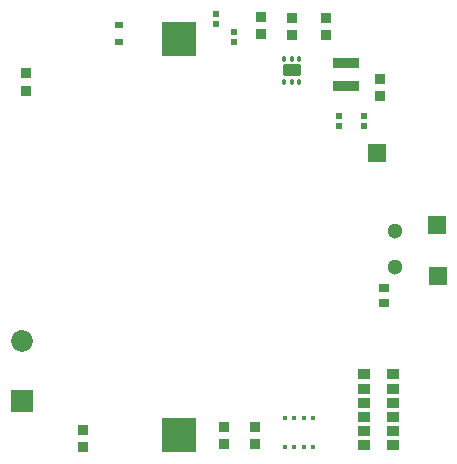
<source format=gbr>
%TF.GenerationSoftware,Altium Limited,Altium Designer,21.2.0 (30)*%
G04 Layer_Color=255*
%FSLAX45Y45*%
%MOMM*%
%TF.SameCoordinates,6E67B6D2-48A1-4C3A-8D5B-8FB38F647B41*%
%TF.FilePolarity,Positive*%
%TF.FileFunction,Pads,Bot*%
%TF.Part,Single*%
G01*
G75*
%TA.AperFunction,SMDPad,CuDef*%
%ADD17R,0.55000X0.60000*%
%ADD20R,0.91213X0.95814*%
%TA.AperFunction,ComponentPad*%
%ADD43R,1.50000X1.50000*%
%ADD44C,1.30000*%
%ADD46C,1.85000*%
%ADD47R,1.85000X1.85000*%
%TA.AperFunction,SMDPad,CuDef*%
%ADD51R,2.30000X0.85000*%
G04:AMPARAMS|DCode=52|XSize=1mm|YSize=1.6mm|CornerRadius=0.25mm|HoleSize=0mm|Usage=FLASHONLY|Rotation=90.000|XOffset=0mm|YOffset=0mm|HoleType=Round|Shape=RoundedRectangle|*
%AMROUNDEDRECTD52*
21,1,1.00000,1.10000,0,0,90.0*
21,1,0.50000,1.60000,0,0,90.0*
1,1,0.50000,0.55000,0.25000*
1,1,0.50000,0.55000,-0.25000*
1,1,0.50000,-0.55000,-0.25000*
1,1,0.50000,-0.55000,0.25000*
%
%ADD52ROUNDEDRECTD52*%
G04:AMPARAMS|DCode=53|XSize=0.45mm|YSize=0.3mm|CornerRadius=0.075mm|HoleSize=0mm|Usage=FLASHONLY|Rotation=90.000|XOffset=0mm|YOffset=0mm|HoleType=Round|Shape=RoundedRectangle|*
%AMROUNDEDRECTD53*
21,1,0.45000,0.15000,0,0,90.0*
21,1,0.30000,0.30000,0,0,90.0*
1,1,0.15000,0.07500,0.15000*
1,1,0.15000,0.07500,-0.15000*
1,1,0.15000,-0.07500,-0.15000*
1,1,0.15000,-0.07500,0.15000*
%
%ADD53ROUNDEDRECTD53*%
%TA.AperFunction,ConnectorPad*%
%ADD54R,0.91213X0.95814*%
%ADD55R,0.55000X0.60000*%
%TA.AperFunction,SMDPad,CuDef*%
%ADD56R,0.80000X0.60000*%
%TA.AperFunction,BGAPad,CuDef*%
%ADD57C,0.15000*%
%TA.AperFunction,SMDPad,CuDef*%
%ADD58R,1.00000X0.90000*%
%ADD59R,0.81213X0.75814*%
%TA.AperFunction,BGAPad,CuDef*%
%ADD60R,0.40000X0.40000*%
%TA.AperFunction,SMDPad,CuDef*%
%ADD61R,3.00000X3.00000*%
D17*
X2038097Y3640172D02*
D03*
Y3725172D02*
D03*
X2932051Y2925657D02*
D03*
Y3010657D02*
D03*
X3147118Y3011521D02*
D03*
Y2926521D02*
D03*
D20*
X3280000Y3322699D02*
D03*
Y3177301D02*
D03*
X760000Y352699D02*
D03*
Y207301D02*
D03*
X280000Y3227301D02*
D03*
Y3372699D02*
D03*
D43*
X3250000Y2700000D02*
D03*
X3760804Y2091631D02*
D03*
X3765607Y1655607D02*
D03*
D44*
X3407500Y2040000D02*
D03*
Y1730000D02*
D03*
D46*
X245851Y1107585D02*
D03*
D47*
Y599585D02*
D03*
D51*
X2986651Y3265479D02*
D03*
Y3460479D02*
D03*
D52*
X2530956Y3398959D02*
D03*
D53*
X2465956Y3496459D02*
D03*
X2530956D02*
D03*
X2595956D02*
D03*
X2465956Y3301459D02*
D03*
X2530956D02*
D03*
X2595956D02*
D03*
D54*
X2272324Y3848374D02*
D03*
Y3702975D02*
D03*
X2220000Y382699D02*
D03*
Y237301D02*
D03*
X1958461D02*
D03*
Y382699D02*
D03*
X2530457Y3695431D02*
D03*
Y3840830D02*
D03*
X2822177Y3695431D02*
D03*
Y3840830D02*
D03*
D55*
X1889175Y3790540D02*
D03*
Y3875540D02*
D03*
D56*
X1070000Y3780000D02*
D03*
Y3640000D02*
D03*
D57*
X690000Y3630000D02*
D03*
X730000D02*
D03*
X690000Y3670000D02*
D03*
X730000D02*
D03*
X690000Y3710000D02*
D03*
X730000D02*
D03*
X690000Y3750000D02*
D03*
X730000D02*
D03*
D58*
X3390899Y464366D02*
D03*
Y224366D02*
D03*
Y344366D02*
D03*
Y584366D02*
D03*
Y704366D02*
D03*
Y824366D02*
D03*
X3143300D02*
D03*
Y704366D02*
D03*
Y584366D02*
D03*
Y464366D02*
D03*
Y344366D02*
D03*
Y224366D02*
D03*
D59*
X3309393Y1555733D02*
D03*
Y1430334D02*
D03*
D60*
X2554115Y210983D02*
D03*
X2714115Y450983D02*
D03*
X2634115Y210983D02*
D03*
Y450983D02*
D03*
X2474115D02*
D03*
X2554115D02*
D03*
X2714115Y210983D02*
D03*
X2474115D02*
D03*
D61*
X1573317Y3661790D02*
D03*
Y308990D02*
D03*
%TF.MD5,f3f00f89baa67016abe656a8c6e03541*%
M02*

</source>
